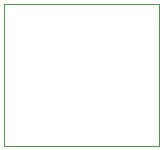
<source format=gko>
G04 #@! TF.FileFunction,Profile,NP*
%FSLAX46Y46*%
G04 Gerber Fmt 4.6, Leading zero omitted, Abs format (unit mm)*
G04 Created by KiCad (PCBNEW 4.0.6) date Monday 02 October 2017 'à' 00:53:35*
%MOMM*%
%LPD*%
G01*
G04 APERTURE LIST*
%ADD10C,0.100000*%
G04 APERTURE END LIST*
D10*
X131000000Y-68200000D02*
X131000000Y-80200000D01*
X117950000Y-80200000D02*
X117950000Y-68200000D01*
X131000000Y-80200000D02*
X117950000Y-80200000D01*
X117950000Y-68200000D02*
X131000000Y-68200000D01*
M02*

</source>
